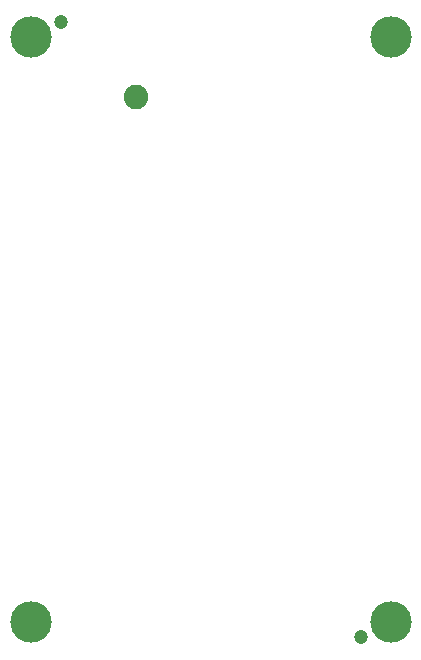
<source format=gbs>
G75*
%MOIN*%
%OFA0B0*%
%FSLAX25Y25*%
%IPPOS*%
%LPD*%
%AMOC8*
5,1,8,0,0,1.08239X$1,22.5*
%
%ADD10C,0.08200*%
%ADD11C,0.13800*%
%ADD12C,0.04737*%
D10*
X0163334Y0234997D03*
D11*
X0128333Y0060000D03*
X0248333Y0060000D03*
X0248333Y0255000D03*
X0128333Y0255000D03*
D12*
X0138333Y0260000D03*
X0238333Y0055000D03*
M02*

</source>
